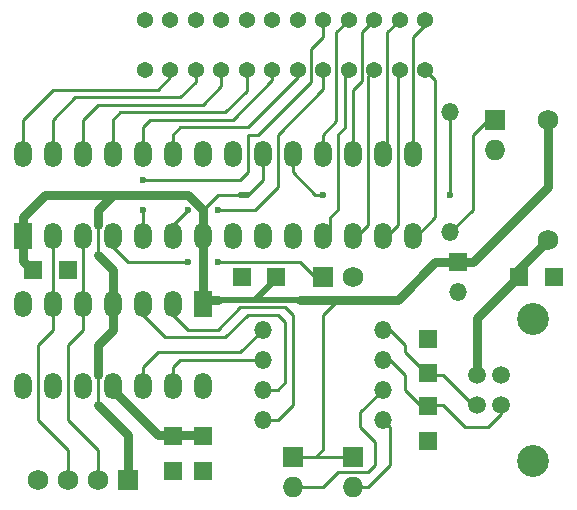
<source format=gtl>
G04 (created by PCBNEW (22-Jun-2014 BZR 4027)-stable) date Sat 02 Sep 2017 11:43:59 PM CDT*
%MOIN*%
G04 Gerber Fmt 3.4, Leading zero omitted, Abs format*
%FSLAX34Y34*%
G01*
G70*
G90*
G04 APERTURE LIST*
%ADD10C,0.00393701*%
%ADD11C,0.054*%
%ADD12R,0.059X0.0885*%
%ADD13O,0.059X0.0885*%
%ADD14C,0.059*%
%ADD15C,0.1063*%
%ADD16R,0.069X0.069*%
%ADD17C,0.069*%
%ADD18O,0.059X0.059*%
%ADD19O,0.069X0.069*%
%ADD20R,0.059X0.059*%
%ADD21R,0.059X0.064*%
%ADD22R,0.064X0.059*%
%ADD23C,0.023622*%
%ADD24C,0.03*%
%ADD25C,0.01*%
%ADD26C,0.02*%
G04 APERTURE END LIST*
G54D10*
G54D11*
X58925Y-36095D03*
X59775Y-36095D03*
X57225Y-36095D03*
X58075Y-36095D03*
X58925Y-34405D03*
X58075Y-34405D03*
X57225Y-34405D03*
X59775Y-34405D03*
X56375Y-36095D03*
X55525Y-36095D03*
X54675Y-36095D03*
X53825Y-36095D03*
X56375Y-34405D03*
X55525Y-34405D03*
X54675Y-34405D03*
X53825Y-34405D03*
X60625Y-36095D03*
X61475Y-36095D03*
X62325Y-36095D03*
X63175Y-36095D03*
X60625Y-34405D03*
X61475Y-34405D03*
X62325Y-34405D03*
X63175Y-34405D03*
G54D12*
X49750Y-41602D03*
G54D13*
X50750Y-41602D03*
X51750Y-41602D03*
X52750Y-41602D03*
X52750Y-38897D03*
X51750Y-38897D03*
X50750Y-38897D03*
X49750Y-38897D03*
X53750Y-41602D03*
X54750Y-41602D03*
X55750Y-41602D03*
X53750Y-38897D03*
X54750Y-38897D03*
X55750Y-38897D03*
X56750Y-41602D03*
X57750Y-41602D03*
X58750Y-41602D03*
X59750Y-41602D03*
X60750Y-41602D03*
X61750Y-41602D03*
X62750Y-41602D03*
X56750Y-38897D03*
X57750Y-38897D03*
X58750Y-38897D03*
X59750Y-38897D03*
X60750Y-38897D03*
X61750Y-38897D03*
X62750Y-38897D03*
G54D14*
X64900Y-46250D03*
X64900Y-47250D03*
X65687Y-47250D03*
X65687Y-46250D03*
G54D15*
X66750Y-44388D03*
X66750Y-49112D03*
G54D16*
X53250Y-49750D03*
G54D17*
X52250Y-49750D03*
X51250Y-49750D03*
X50250Y-49750D03*
G54D16*
X59750Y-43000D03*
G54D17*
X60750Y-43000D03*
G54D18*
X57750Y-45750D03*
X61750Y-45750D03*
X57750Y-44750D03*
X61750Y-44750D03*
X64000Y-41500D03*
X64000Y-37500D03*
X57750Y-47750D03*
X61750Y-47750D03*
X57750Y-46750D03*
X61750Y-46750D03*
G54D16*
X65500Y-37750D03*
G54D19*
X65500Y-38750D03*
G54D16*
X60750Y-49000D03*
G54D19*
X60750Y-50000D03*
G54D16*
X58750Y-49000D03*
G54D19*
X58750Y-50000D03*
G54D17*
X67250Y-41750D03*
X67250Y-37750D03*
G54D20*
X64250Y-42500D03*
G54D18*
X64250Y-43500D03*
G54D12*
X55750Y-43897D03*
G54D13*
X54750Y-43897D03*
X53750Y-43897D03*
X52750Y-43897D03*
X52750Y-46602D03*
X53750Y-46602D03*
X54750Y-46602D03*
X55750Y-46602D03*
X51750Y-43897D03*
X50750Y-43897D03*
X49750Y-43897D03*
X51750Y-46602D03*
X50750Y-46602D03*
X49750Y-46602D03*
G54D21*
X54750Y-48300D03*
X54750Y-49450D03*
X63250Y-46200D03*
X63250Y-45050D03*
X63250Y-47300D03*
X63250Y-48450D03*
G54D22*
X66300Y-43000D03*
X67450Y-43000D03*
X50100Y-42750D03*
X51250Y-42750D03*
X58200Y-43000D03*
X57050Y-43000D03*
G54D21*
X55750Y-48300D03*
X55750Y-49450D03*
G54D23*
X64000Y-40250D03*
X59750Y-40250D03*
X56250Y-42500D03*
X55250Y-42500D03*
X53750Y-40750D03*
X53750Y-39750D03*
X55250Y-40750D03*
X56250Y-40750D03*
G54D24*
X53250Y-49750D02*
X53250Y-49250D01*
X52750Y-44750D02*
X52250Y-45250D01*
X52250Y-45250D02*
X52250Y-46250D01*
G54D25*
X52250Y-46250D02*
X52250Y-47250D01*
G54D24*
X52250Y-47250D02*
X53250Y-48250D01*
X53250Y-48250D02*
X53250Y-49250D01*
X52750Y-44750D02*
X52750Y-43750D01*
G54D26*
X58250Y-43000D02*
X57500Y-43750D01*
G54D24*
X64250Y-42500D02*
X64750Y-42500D01*
X67250Y-40000D02*
X67250Y-37750D01*
X64750Y-42500D02*
X67250Y-40000D01*
X49750Y-41750D02*
X49750Y-41000D01*
X49750Y-41000D02*
X50500Y-40250D01*
X50500Y-40250D02*
X52750Y-40250D01*
X60250Y-43750D02*
X62250Y-43750D01*
X63500Y-42500D02*
X64250Y-42500D01*
X62250Y-43750D02*
X63500Y-42500D01*
G54D25*
X59500Y-49000D02*
X59750Y-48750D01*
X59750Y-44250D02*
X60250Y-43750D01*
X59750Y-48750D02*
X59750Y-44250D01*
X58750Y-49000D02*
X59500Y-49000D01*
X59500Y-49000D02*
X60750Y-49000D01*
G54D24*
X55750Y-43750D02*
X56250Y-43750D01*
G54D26*
X56250Y-43750D02*
X57500Y-43750D01*
X57500Y-43750D02*
X59000Y-43750D01*
G54D24*
X59000Y-43750D02*
X60250Y-43750D01*
X55750Y-41750D02*
X55750Y-43750D01*
X52750Y-40250D02*
X52250Y-40750D01*
X52750Y-42750D02*
X52750Y-43750D01*
X52250Y-42250D02*
X52750Y-42750D01*
G54D25*
X52250Y-41250D02*
X52250Y-42250D01*
G54D24*
X52250Y-40750D02*
X52250Y-41250D01*
X49750Y-41750D02*
X49750Y-42450D01*
X49750Y-42450D02*
X50050Y-42750D01*
G54D25*
X55750Y-40750D02*
X56250Y-40250D01*
X57750Y-39750D02*
X57750Y-38750D01*
X57250Y-40250D02*
X57750Y-39750D01*
G54D26*
X57000Y-40250D02*
X57250Y-40250D01*
G54D25*
X56250Y-40250D02*
X57000Y-40250D01*
G54D24*
X55750Y-40750D02*
X55750Y-41750D01*
X55250Y-40250D02*
X55750Y-40750D01*
X52750Y-40250D02*
X55250Y-40250D01*
G54D25*
X58750Y-38750D02*
X58750Y-39500D01*
X64000Y-40250D02*
X64000Y-37500D01*
X59500Y-40250D02*
X59750Y-40250D01*
X58750Y-39500D02*
X59500Y-40250D01*
X52750Y-41750D02*
X52750Y-42000D01*
X59500Y-43000D02*
X59750Y-43000D01*
X59000Y-42500D02*
X59500Y-43000D01*
X56250Y-42500D02*
X59000Y-42500D01*
X53250Y-42500D02*
X55250Y-42500D01*
X52750Y-42000D02*
X53250Y-42500D01*
X54675Y-36095D02*
X54675Y-36325D01*
X54675Y-36325D02*
X54250Y-36750D01*
X54250Y-36750D02*
X53250Y-36750D01*
X53250Y-36750D02*
X50750Y-36750D01*
X50750Y-36750D02*
X49750Y-37750D01*
X49750Y-37750D02*
X49750Y-38750D01*
X58750Y-50000D02*
X59750Y-50000D01*
X61000Y-47500D02*
X61750Y-46750D01*
X61000Y-48000D02*
X61000Y-47500D01*
X61250Y-48250D02*
X61000Y-48000D01*
X61500Y-48500D02*
X61250Y-48250D01*
X61500Y-48750D02*
X61500Y-48500D01*
X61500Y-49250D02*
X61500Y-48750D01*
X61250Y-49500D02*
X61500Y-49250D01*
X60250Y-49500D02*
X61250Y-49500D01*
X59750Y-50000D02*
X60250Y-49500D01*
G54D24*
X52750Y-46750D02*
X53250Y-47250D01*
X54250Y-48250D02*
X54750Y-48250D01*
X53250Y-47250D02*
X54250Y-48250D01*
X54750Y-48250D02*
X55750Y-48250D01*
G54D25*
X57750Y-45750D02*
X55000Y-45750D01*
X54750Y-46000D02*
X54750Y-46750D01*
X55000Y-45750D02*
X54750Y-46000D01*
X57750Y-47750D02*
X58250Y-47750D01*
X54750Y-44250D02*
X55250Y-44750D01*
X55250Y-44750D02*
X56250Y-44750D01*
X56250Y-44750D02*
X57000Y-44000D01*
X57000Y-44000D02*
X58000Y-44000D01*
X58000Y-44000D02*
X58250Y-44000D01*
X58250Y-44000D02*
X58500Y-44000D01*
X58500Y-44000D02*
X58750Y-44250D01*
X58750Y-44250D02*
X58750Y-47250D01*
X58750Y-47250D02*
X58250Y-47750D01*
X54750Y-44250D02*
X54750Y-43750D01*
X60625Y-34405D02*
X60200Y-34830D01*
X59750Y-38250D02*
X59750Y-38750D01*
X60200Y-37800D02*
X59750Y-38250D01*
X60200Y-36550D02*
X60200Y-37800D01*
X60200Y-36500D02*
X60200Y-36550D01*
X60200Y-34830D02*
X60200Y-36500D01*
X59750Y-39250D02*
X59750Y-38750D01*
X60625Y-36095D02*
X60500Y-36220D01*
X60500Y-36220D02*
X60500Y-37250D01*
X60500Y-37250D02*
X60500Y-38000D01*
X60500Y-38000D02*
X60250Y-38250D01*
X60250Y-38250D02*
X60250Y-39500D01*
X60250Y-39500D02*
X60250Y-40750D01*
X60250Y-40750D02*
X60000Y-41000D01*
X60000Y-41000D02*
X60000Y-41500D01*
X60000Y-41500D02*
X59750Y-41750D01*
X63175Y-34405D02*
X63175Y-34575D01*
X63175Y-34575D02*
X62750Y-35000D01*
X62750Y-35000D02*
X62750Y-38750D01*
X62325Y-34405D02*
X61900Y-34830D01*
X61900Y-34830D02*
X61900Y-38600D01*
X61900Y-38600D02*
X61750Y-38750D01*
X61475Y-34405D02*
X61050Y-34830D01*
X60750Y-36750D02*
X60750Y-38750D01*
X61050Y-36450D02*
X60750Y-36750D01*
X61050Y-36400D02*
X61050Y-36450D01*
X61050Y-34830D02*
X61050Y-36400D01*
X60750Y-38750D02*
X60625Y-38625D01*
X57225Y-36095D02*
X57225Y-36475D01*
X52750Y-37750D02*
X52750Y-38750D01*
X53000Y-37500D02*
X52750Y-37750D01*
X56500Y-37500D02*
X53000Y-37500D01*
X57225Y-36775D02*
X56500Y-37500D01*
X57225Y-36475D02*
X57225Y-36775D01*
X59775Y-34405D02*
X59775Y-34975D01*
X53750Y-40750D02*
X53750Y-41750D01*
X57000Y-39750D02*
X53750Y-39750D01*
X57250Y-39500D02*
X57000Y-39750D01*
X57250Y-38250D02*
X57250Y-39500D01*
X57600Y-38250D02*
X57250Y-38250D01*
X59350Y-36500D02*
X57600Y-38250D01*
X59350Y-36100D02*
X59350Y-36500D01*
X59350Y-35400D02*
X59350Y-36100D01*
X59775Y-34975D02*
X59350Y-35400D01*
X64000Y-41500D02*
X64750Y-40750D01*
X65250Y-37750D02*
X65500Y-37750D01*
X64750Y-38250D02*
X65250Y-37750D01*
X64750Y-38750D02*
X64750Y-38250D01*
X64750Y-40750D02*
X64750Y-38750D01*
X62325Y-36095D02*
X62250Y-36170D01*
X62250Y-36170D02*
X62250Y-38250D01*
X62250Y-38250D02*
X62250Y-40750D01*
X62250Y-40750D02*
X62250Y-41250D01*
X62250Y-41250D02*
X61750Y-41750D01*
X61475Y-36095D02*
X61250Y-36320D01*
X61250Y-41250D02*
X60750Y-41750D01*
X61250Y-36320D02*
X61250Y-41250D01*
X61500Y-36120D02*
X61475Y-36095D01*
X61750Y-45750D02*
X62000Y-45750D01*
X63000Y-47250D02*
X63250Y-47250D01*
X62500Y-46750D02*
X63000Y-47250D01*
X62500Y-46250D02*
X62500Y-46750D01*
X62000Y-45750D02*
X62500Y-46250D01*
X65687Y-47250D02*
X65687Y-47563D01*
X63750Y-47250D02*
X63250Y-47250D01*
X64500Y-48000D02*
X63750Y-47250D01*
X65250Y-48000D02*
X64500Y-48000D01*
X65687Y-47563D02*
X65250Y-48000D01*
X60750Y-50000D02*
X61250Y-50000D01*
X62000Y-48000D02*
X61750Y-47750D01*
X62000Y-49250D02*
X62000Y-48000D01*
X61250Y-50000D02*
X62000Y-49250D01*
X63175Y-36095D02*
X63500Y-36420D01*
X63500Y-41000D02*
X62750Y-41750D01*
X63500Y-39750D02*
X63500Y-41000D01*
X63500Y-36420D02*
X63500Y-39750D01*
X63175Y-36095D02*
X63175Y-36175D01*
X63175Y-36175D02*
X63250Y-36250D01*
X57750Y-44750D02*
X57000Y-45500D01*
X53750Y-46000D02*
X53750Y-46750D01*
X54250Y-45500D02*
X53750Y-46000D01*
X57000Y-45500D02*
X54250Y-45500D01*
X59775Y-36095D02*
X59775Y-36725D01*
X54750Y-41250D02*
X54750Y-41750D01*
X55250Y-40750D02*
X54750Y-41250D01*
X57500Y-40750D02*
X56250Y-40750D01*
X58250Y-40000D02*
X57500Y-40750D01*
X58250Y-38250D02*
X58250Y-40000D01*
X59775Y-36725D02*
X58250Y-38250D01*
X61750Y-44750D02*
X62000Y-44750D01*
X62500Y-45500D02*
X63250Y-46250D01*
X62500Y-45250D02*
X62500Y-45500D01*
X62000Y-44750D02*
X62500Y-45250D01*
X64900Y-47250D02*
X64750Y-47250D01*
X63750Y-46250D02*
X63250Y-46250D01*
X64750Y-47250D02*
X63750Y-46250D01*
G54D24*
X66250Y-43000D02*
X66250Y-42750D01*
X66250Y-42750D02*
X67250Y-41750D01*
X64900Y-46250D02*
X64900Y-44350D01*
X64900Y-44350D02*
X66250Y-43000D01*
G54D25*
X58925Y-36095D02*
X58925Y-36325D01*
X58925Y-36325D02*
X57250Y-38000D01*
X57250Y-38000D02*
X55250Y-38000D01*
X55250Y-38000D02*
X55000Y-38000D01*
X55000Y-38000D02*
X54750Y-38250D01*
X54750Y-38250D02*
X54750Y-38750D01*
X58075Y-36095D02*
X58075Y-36425D01*
X53750Y-38000D02*
X53750Y-38750D01*
X54000Y-37750D02*
X53750Y-38000D01*
X56750Y-37750D02*
X54000Y-37750D01*
X58075Y-36425D02*
X56750Y-37750D01*
X56375Y-36095D02*
X56375Y-36625D01*
X51750Y-37750D02*
X51750Y-38750D01*
X52250Y-37250D02*
X51750Y-37750D01*
X53250Y-37250D02*
X52250Y-37250D01*
X55750Y-37250D02*
X53250Y-37250D01*
X56375Y-36625D02*
X55750Y-37250D01*
X55525Y-36095D02*
X55525Y-36475D01*
X50750Y-37750D02*
X50750Y-38750D01*
X51500Y-37000D02*
X50750Y-37750D01*
X55000Y-37000D02*
X51500Y-37000D01*
X55525Y-36475D02*
X55000Y-37000D01*
X57750Y-46750D02*
X58250Y-46750D01*
X53750Y-44250D02*
X54500Y-45000D01*
X54500Y-45000D02*
X56500Y-45000D01*
X56500Y-45000D02*
X57250Y-44250D01*
X57250Y-44250D02*
X58250Y-44250D01*
X58250Y-44250D02*
X58500Y-44500D01*
X58500Y-44500D02*
X58500Y-46250D01*
X53750Y-44250D02*
X53750Y-43750D01*
X58500Y-46500D02*
X58500Y-46250D01*
X58250Y-46750D02*
X58500Y-46500D01*
X51250Y-49750D02*
X51250Y-49250D01*
X50750Y-44750D02*
X50250Y-45250D01*
X50250Y-45250D02*
X50250Y-47750D01*
X50250Y-47750D02*
X51250Y-48750D01*
X51250Y-48750D02*
X51250Y-49250D01*
X50750Y-44750D02*
X50750Y-43750D01*
X50750Y-41750D02*
X50750Y-43750D01*
X52250Y-49750D02*
X52250Y-49250D01*
X51750Y-44750D02*
X51250Y-45250D01*
X51250Y-45250D02*
X51250Y-47750D01*
X51250Y-47750D02*
X52250Y-48750D01*
X52250Y-48750D02*
X52250Y-49250D01*
X51750Y-44750D02*
X51750Y-43750D01*
X51750Y-41750D02*
X51750Y-43750D01*
M02*

</source>
